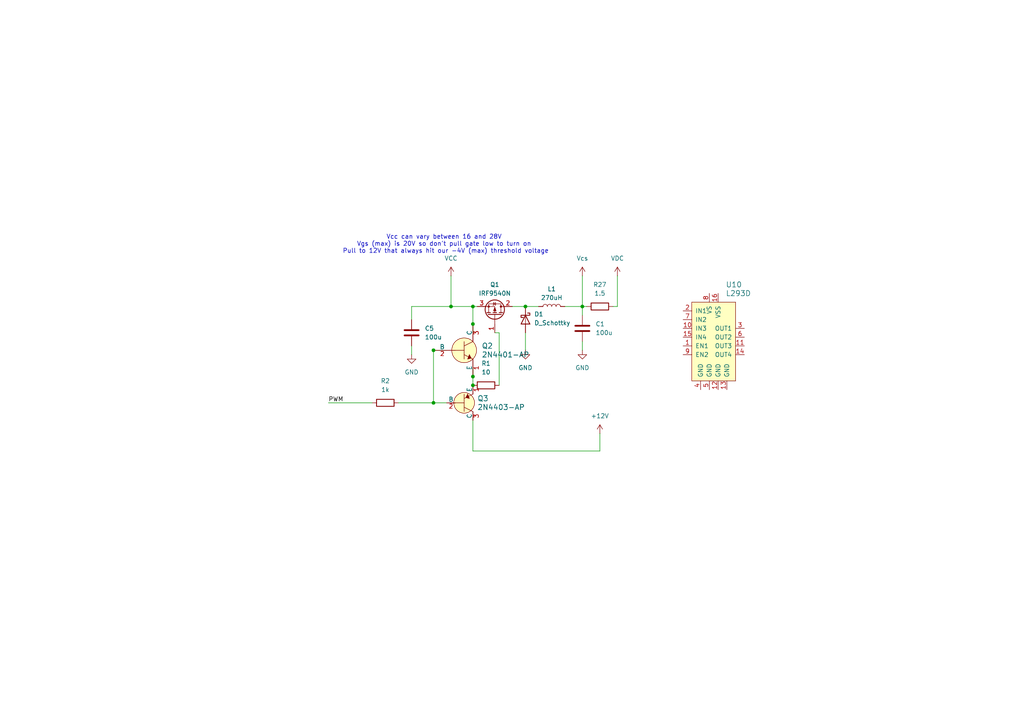
<source format=kicad_sch>
(kicad_sch (version 20231120) (generator "eeschema") (generator_version "8.0")
  (paper "A4")
  (lib_symbols
    (symbol "Device:C" (pin_numbers hide) (pin_names (offset 0.254))
      (property "Reference" "C" (at 0.635 2.54 0))
      (property "Value" "C" (at 0.635 -2.54 0))
      (symbol "C_0_1"
        (polyline (pts (xy -2.032 -0.762) (xy 2.032 -0.762)) (stroke (width 0.508)))
        (polyline (pts (xy -2.032 0.762) (xy 2.032 0.762)) (stroke (width 0.508)))
      )
      (symbol "C_1_1"
        (pin passive line (at 0 3.81 270) (length 2.794) (name "~") (number "1"))
        (pin passive line (at 0 -3.81 90) (length 2.794) (name "~") (number "2"))
      )
    )
    (symbol "Device:D_Schottky" (pin_numbers hide) (pin_names (offset 1.016) hide)
      (property "Reference" "D" (at 0 2.54 0))
      (property "Value" "D_Schottky" (at 0 -2.54 0))
      (symbol "D_Schottky_0_1"
        (polyline (pts (xy 1.27 0) (xy -1.27 0)))
        (polyline (pts (xy 1.27 1.27) (xy 1.27 -1.27) (xy -1.27 0) (xy 1.27 1.27)) (stroke (width 0.254)))
        (polyline (pts (xy -1.905 0.635) (xy -1.905 1.27) (xy -1.27 1.27) (xy -1.27 -1.27) (xy -0.635 -1.27) (xy -0.635 -0.635)) (stroke (width 0.254)))
      )
      (symbol "D_Schottky_1_1"
        (pin passive line (at -3.81 0 0) (length 2.54) (name "K") (number "1"))
        (pin passive line (at 3.81 0 180) (length 2.54) (name "A") (number "2"))
      )
    )
    (symbol "Device:L" (pin_numbers hide) (pin_names (offset 1.016) hide)
      (property "Reference" "L" (at -1.27 0 90))
      (property "Value" "L" (at 1.905 0 90))
      (symbol "L_0_1"
        (arc (start 0 -2.54) (mid 0.6323 -1.905) (end 0 -1.27))
        (arc (start 0 -1.27) (mid 0.6323 -0.635) (end 0 0))
        (arc (start 0 0) (mid 0.6323 0.635) (end 0 1.27))
        (arc (start 0 1.27) (mid 0.6323 1.905) (end 0 2.54))
      )
      (symbol "L_1_1"
        (pin passive line (at 0 3.81 270) (length 1.27) (name "1") (number "1"))
        (pin passive line (at 0 -3.81 90) (length 1.27) (name "2") (number "2"))
      )
    )
    (symbol "Device:R" (pin_numbers hide) (pin_names (offset 0))
      (property "Reference" "R" (at 2.032 0 90))
      (property "Value" "R" (at 0 0 90))
      (symbol "R_0_1"
        (rectangle (start -1.016 -2.54) (end 1.016 2.54) (stroke (width 0.254)))
      )
      (symbol "R_1_1"
        (pin passive line (at 0 3.81 270) (length 1.27) (name "~") (number "1"))
        (pin passive line (at 0 -3.81 90) (length 1.27) (name "~") (number "2"))
      )
    )
    (symbol "Transistor_FET:IRF9540N" (pin_names hide)
      (property "Reference" "Q" (at 5.08 1.905 0))
      (property "Value" "IRF9540N" (at 5.08 0 0))
      (symbol "IRF9540N_0_1"
        (polyline (pts (xy 0.254 0) (xy -2.54 0)))
        (polyline (pts (xy 0.254 1.905) (xy 0.254 -1.905)) (stroke (width 0.254)))
        (polyline (pts (xy 0.762 -1.27) (xy 0.762 -2.286)) (stroke (width 0.254)))
        (polyline (pts (xy 0.762 0.508) (xy 0.762 -0.508)) (stroke (width 0.254)))
        (polyline (pts (xy 0.762 2.286) (xy 0.762 1.27)) (stroke (width 0.254)))
        (polyline (pts (xy 2.54 2.54) (xy 2.54 1.778)))
        (polyline (pts (xy 2.54 -2.54) (xy 2.54 0) (xy 0.762 0)))
        (polyline (pts (xy 0.762 1.778) (xy 3.302 1.778) (xy 3.302 -1.778) (xy 0.762 -1.778)))
        (polyline (pts (xy 2.286 0) (xy 1.27 0.381) (xy 1.27 -0.381) (xy 2.286 0)) (fill (type outline)))
        (polyline (pts (xy 2.794 -0.508) (xy 2.921 -0.381) (xy 3.683 -0.381) (xy 3.81 -0.254)))
        (polyline (pts (xy 3.302 -0.381) (xy 2.921 0.254) (xy 3.683 0.254) (xy 3.302 -0.381)))
        (circle (center 1.651 0) (radius 2.794) (stroke (width 0.254)))
        (circle (center 2.54 -1.778) (radius 0.254) (fill (type outline)))
        (circle (center 2.54 1.778) (radius 0.254) (fill (type outline)))
      )
      (symbol "IRF9540N_1_1"
        (pin input line (at -5.08 0 0) (length 2.54) (name "G") (number "1"))
        (pin passive line (at 2.54 5.08 270) (length 2.54) (name "D") (number "2"))
        (pin passive line (at 2.54 -5.08 90) (length 2.54) (name "S") (number "3"))
      )
    )
    (symbol "dk_PMIC-Motor-Drivers-Controllers:L293D" (pin_names (offset 1.016))
      (property "Reference" "U" (at -5.08 11.43 0))
      (property "Value" "L293D" (at 7.62 -15.24 0))
      (symbol "L293D_0_1"
        (rectangle (start -5.08 10.16) (end 7.62 -12.7) (fill (type background)))
      )
      (symbol "L293D_1_1"
        (pin input line (at -7.62 -2.54 0) (length 2.54) (name "EN1") (number "1"))
        (pin input line (at -7.62 2.54 0) (length 2.54) (name "IN3") (number "10"))
        (pin output line (at 10.16 -2.54 180) (length 2.54) (name "OUT3") (number "11"))
        (pin power_in line (at 2.54 -15.24 90) (length 2.54) (name "GND") (number "12"))
        (pin power_in line (at 5.08 -15.24 90) (length 2.54) (name "GND") (number "13"))
        (pin output line (at 10.16 -5.08 180) (length 2.54) (name "OUT4") (number "14"))
        (pin input line (at -7.62 0 0) (length 2.54) (name "IN4") (number "15"))
        (pin power_in line (at 2.54 12.7 270) (length 2.54) (name "VSS") (number "16"))
        (pin input line (at -7.62 7.62 0) (length 2.54) (name "IN1") (number "2"))
        (pin output line (at 10.16 2.54 180) (length 2.54) (name "OUT1") (number "3"))
        (pin power_in line (at -2.54 -15.24 90) (length 2.54) (name "GND") (number "4"))
        (pin power_in line (at 0 -15.24 90) (length 2.54) (name "GND") (number "5"))
        (pin output line (at 10.16 0 180) (length 2.54) (name "OUT2") (number "6"))
        (pin input line (at -7.62 5.08 0) (length 2.54) (name "IN2") (number "7"))
        (pin power_in line (at 0 12.7 270) (length 2.54) (name "VS") (number "8"))
        (pin input line (at -7.62 -5.08 0) (length 2.54) (name "EN2") (number "9"))
      )
    )
    (symbol "dk_Transistors-Bipolar-BJT-Single:2N4401-AP" (pin_names (offset 0))
      (property "Reference" "Q" (at -3.81 3.81 0))
      (property "Value" "2N4401-AP" (at -11.43 -5.08 0))
      (symbol "2N4401-AP_0_1"
        (polyline (pts (xy -3.81 0) (xy -2.54 0)))
        (polyline (pts (xy -3.556 0) (xy 0 0)))
        (polyline (pts (xy 0 -1.27) (xy 2.54 -2.54)))
        (polyline (pts (xy 0 1.27) (xy 2.54 2.54)))
        (polyline (pts (xy 0 2.54) (xy 0 -2.54)))
        (polyline (pts (xy 1.524 -1.27) (xy 2.032 -2.286) (xy 1.016 -2.54) (xy 1.524 -1.27)) (fill (type outline)))
        (circle (center 0 0) (radius 3.5814) (fill (type background)))
      )
      (symbol "2N4401-AP_1_1"
        (pin input line (at 2.54 -7.62 90) (length 5.08) (name "E") (number "1"))
        (pin input line (at -8.89 0 0) (length 5.08) (name "B") (number "2"))
        (pin input line (at 2.54 7.62 270) (length 5.08) (name "C") (number "3"))
      )
    )
    (symbol "dk_Transistors-Bipolar-BJT-Single:2N4403-AP" (pin_names (offset 0))
      (property "Reference" "Q" (at -2.3876 3.9116 0))
      (property "Value" "2N4403-AP" (at 5.08 0 90))
      (symbol "2N4403-AP_0_1"
        (polyline (pts (xy -3.81 0) (xy -2.54 0)))
        (polyline (pts (xy -3.556 0) (xy 0 0)))
        (polyline (pts (xy 0 -1.27) (xy 2.54 -2.54)))
        (polyline (pts (xy 0 1.27) (xy 2.54 2.54)))
        (polyline (pts (xy 0 2.54) (xy 0 -2.54)))
        (polyline (pts (xy 1.016 2.54) (xy 0.508 1.524) (xy 1.524 1.27) (xy 1.016 2.54)) (fill (type outline)))
        (circle (center 0 0) (radius 2.9972) (fill (type background)))
      )
      (symbol "2N4403-AP_1_1"
        (pin passive line (at 2.54 5.08 270) (length 2.54) (name "E") (number "1"))
        (pin input line (at -5.08 0 0) (length 2.54) (name "B") (number "2"))
        (pin passive line (at 2.54 -5.08 90) (length 2.54) (name "C") (number "3"))
      )
    )
    (symbol "power:+12V" (power) (pin_numbers hide) (pin_names (offset 0) hide)
      (property "Value" "+12V" (at 0 3.556 0))
      (symbol "+12V_0_1"
        (polyline (pts (xy -0.762 1.27) (xy 0 2.54)))
        (polyline (pts (xy 0 0) (xy 0 2.54)))
        (polyline (pts (xy 0 2.54) (xy 0.762 1.27)))
      )
      (symbol "+12V_1_1"
        (pin power_in line (at 0 0 90) (length 0) (name "~") (number "1"))
      )
    )
    (symbol "power:GND" (power) (pin_numbers hide) (pin_names (offset 0) hide)
      (property "Value" "GND" (at 0 -3.81 0))
      (symbol "GND_0_1"
        (polyline (pts (xy 0 0) (xy 0 -1.27) (xy 1.27 -1.27) (xy 0 -2.54) (xy -1.27 -1.27) (xy 0 -1.27)))
      )
      (symbol "GND_1_1"
        (pin power_in line (at 0 0 270) (length 0) (name "~") (number "1"))
      )
    )
    (symbol "power:VCC" (power) (pin_numbers hide) (pin_names (offset 0) hide)
      (property "Value" "VCC" (at 0 3.556 0))
      (symbol "VCC_0_1"
        (polyline (pts (xy -0.762 1.27) (xy 0 2.54)))
        (polyline (pts (xy 0 0) (xy 0 2.54)))
        (polyline (pts (xy 0 2.54) (xy 0.762 1.27)))
      )
      (symbol "VCC_1_1"
        (pin power_in line (at 0 0 90) (length 0) (name "~") (number "1"))
      )
    )
    (symbol "power:VDC" (power) (pin_numbers hide) (pin_names (offset 0) hide)
      (property "Value" "VDC" (at 0 3.556 0))
      (symbol "VDC_0_1"
        (polyline (pts (xy -0.762 1.27) (xy 0 2.54)))
        (polyline (pts (xy 0 0) (xy 0 2.54)))
        (polyline (pts (xy 0 2.54) (xy 0.762 1.27)))
      )
      (symbol "VDC_1_1"
        (pin power_in line (at 0 0 90) (length 0) (name "~") (number "1"))
      )
    )
  )
  (junction (at 137.16 109.22))
  (junction (at 152.4 88.9))
  (junction (at 130.81 88.9))
  (junction (at 137.16 93.98))
  (junction (at 137.16 111.76))
  (junction (at 168.91 88.9))
  (junction (at 137.16 88.9))
  (junction (at 125.73 116.84))
  (junction (at 125.73 101.6))
  (wire (pts (xy 168.91 80.01) (xy 168.91 88.9)))
  (wire (pts (xy 137.16 130.81) (xy 173.99 130.81)))
  (wire (pts (xy 168.91 91.44) (xy 168.91 88.9)))
  (wire (pts (xy 129.54 101.6) (xy 125.73 101.6)))
  (wire (pts (xy 144.78 96.52) (xy 143.51 96.52)))
  (wire (pts (xy 138.43 88.9) (xy 137.16 88.9)))
  (wire (pts (xy 168.91 101.6) (xy 168.91 99.06)))
  (wire (pts (xy 125.73 116.84) (xy 129.54 116.84)))
  (wire (pts (xy 137.16 93.98) (xy 137.16 96.52)))
  (wire (pts (xy 152.4 88.9) (xy 156.21 88.9)))
  (wire (pts (xy 170.18 88.9) (xy 168.91 88.9)))
  (wire (pts (xy 119.38 88.9) (xy 130.81 88.9)))
  (wire (pts (xy 179.07 88.9) (xy 179.07 80.01)))
  (wire (pts (xy 125.73 116.84) (xy 115.57 116.84)))
  (wire (pts (xy 137.16 88.9) (xy 130.81 88.9)))
  (wire (pts (xy 152.4 96.52) (xy 152.4 101.6)))
  (wire (pts (xy 173.99 125.73) (xy 173.99 130.81)))
  (wire (pts (xy 137.16 106.68) (xy 137.16 109.22)))
  (wire (pts (xy 137.16 111.76) (xy 137.16 109.22)))
  (wire (pts (xy 95.25 116.84) (xy 107.95 116.84)))
  (wire (pts (xy 168.91 88.9) (xy 163.83 88.9)))
  (wire (pts (xy 130.81 80.01) (xy 130.81 88.9)))
  (wire (pts (xy 137.16 88.9) (xy 137.16 93.98)))
  (wire (pts (xy 137.16 121.92) (xy 137.16 130.81)))
  (wire (pts (xy 125.73 101.6) (xy 125.73 116.84)))
  (wire (pts (xy 144.78 96.52) (xy 144.78 111.76)))
  (wire (pts (xy 119.38 102.87) (xy 119.38 100.33)))
  (wire (pts (xy 148.59 88.9) (xy 152.4 88.9)))
  (wire (pts (xy 119.38 88.9) (xy 119.38 92.71)))
  (wire (pts (xy 177.8 88.9) (xy 179.07 88.9)))
  (text "Vcc can vary between 16 and 28V \nVgs (max) is 20V so don't pull gate low to turn on \nPull to 12V that always hit our -4V (max) threshold voltage\n" (at 129.286 70.866 0) (effects (font (size 1.27 1.27))))
  (label "PWM" (at 95.25 116.84 0))
  (symbol (lib_id "power:GND") (at 168.91 101.6 0) (unit 1)
    (property "Reference" "#PWR05" (effects (hide yes)))
    (property "Value" "GND" (at 168.91 106.68 0))
    (property "Description" "Power symbol creates a global label with name \"GND\" , ground" (effects (hide yes)))
  )
  (symbol (lib_id "Device:R") (at 140.97 111.76 90) (unit 1)
    (property "Reference" "R1" (at 140.97 105.41 90))
    (property "Value" "10" (at 140.97 107.95 90))
    (property "Description" "Resistor" (effects (hide yes)))
  )
  (symbol (lib_id "dk_PMIC-Motor-Drivers-Controllers:L293D") (at 205.74 97.79 0) (unit 1)
    (property "Reference" "U10" (at 210.4741 82.55 0) (effects (font (size 1.524 1.524)) (justify left)))
    (property "Value" "L293D" (at 210.4741 85.09 0) (effects (font (size 1.524 1.524)) (justify left)))
    (property "Footprint" "digikey-footprints:DIP-16_W7.62mm" (effects (hide yes)))
    (property "Datasheet" "https://www.st.com/content/ccc/resource/technical/document/datasheet/04/ac/22/f9/20/5d/43/a1/CD00000059.pdf/files/CD00000059.pdf/jcr:content/translations/en.CD00000059.pdf" (effects (hide yes)))
    (property "Description" "IC MTRDRV BIPLR 4.5-36V 16PWRDIP" (effects (hide yes)))
    (property "MPN" "L293D" (effects (hide yes)))
    (property "Category" "Integrated Circuits (ICs)" (effects (hide yes)))
    (property "Family" "PMIC - Motor Drivers, Controllers" (effects (hide yes)))
    (property "DK_Datasheet_Link" "https://www.st.com/content/ccc/resource/technical/document/datasheet/04/ac/22/f9/20/5d/43/a1/CD00000059.pdf/files/CD00000059.pdf/jcr:content/translations/en.CD00000059.pdf" (effects (hide yes)))
    (property "DK_Detail_Page" "/product-detail/en/stmicroelectronics/L293D/497-2936-5-ND/634700" (effects (hide yes)))
    (property "Description_1" "IC MTRDRV BIPLR 4.5-36V 16PWRDIP" (effects (hide yes)))
    (property "Manufacturer" "STMicroelectronics" (effects (hide yes)))
    (property "Status" "Active" (effects (hide yes)))
  )
  (symbol (lib_id "power:VCC") (at 130.81 80.01 0) (unit 1)
    (property "Reference" "#PWR06" (effects (hide yes)))
    (property "Value" "VCC" (at 130.81 74.93 0))
    (property "Description" "Power symbol creates a global label with name \"VCC\"" (effects (hide yes)))
  )
  (symbol (lib_id "dk_Transistors-Bipolar-BJT-Single:2N4401-AP") (at 134.62 101.6 0) (unit 1)
    (property "Reference" "Q2" (at 139.7 100.3299 0) (effects (font (size 1.524 1.524)) (justify left)))
    (property "Value" "2N4401-AP" (at 139.7 102.8699 0) (effects (font (size 1.524 1.524)) (justify left)))
    (property "Footprint" "digikey-footprints:TO-92-3_Formed_Leads" (effects (hide yes)))
    (property "Datasheet" "https://www.mccsemi.com/pdf/Products/2N4401(TO-92).pdf" (effects (hide yes)))
    (property "Description" "TRANS NPN 40V TO92" (effects (hide yes)))
    (property "MPN" "2N4401-AP" (effects (hide yes)))
    (property "Category" "Discrete Semiconductor Products" (effects (hide yes)))
    (property "Family" "Transistors - Bipolar (BJT) - Single" (effects (hide yes)))
    (property "DK_Datasheet_Link" "https://www.mccsemi.com/pdf/Products/2N4401(TO-92).pdf" (effects (hide yes)))
    (property "DK_Detail_Page" "/product-detail/en/micro-commercial-co/2N4401-AP/2N4401-APCT-ND/950593" (effects (hide yes)))
    (property "Description_1" "TRANS NPN 40V TO92" (effects (hide yes)))
    (property "Manufacturer" "Micro Commercial Co" (effects (hide yes)))
    (property "Status" "Active" (effects (hide yes)))
  )
  (symbol (lib_id "power:GND") (at 152.4 101.6 0) (unit 1)
    (property "Reference" "#PWR04" (effects (hide yes)))
    (property "Value" "GND" (at 152.4 106.68 0))
    (property "Description" "Power symbol creates a global label with name \"GND\" , ground" (effects (hide yes)))
  )
  (symbol (lib_id "Device:L") (at 160.02 88.9 90) (unit 1)
    (property "Reference" "L1" (at 160.02 83.82 90))
    (property "Value" "270uH" (at 160.02 86.36 90))
    (property "Description" "Inductor" (effects (hide yes)))
  )
  (symbol (lib_id "dk_Transistors-Bipolar-BJT-Single:2N4403-AP") (at 134.62 116.84 0) (unit 1)
    (property "Reference" "Q3" (at 138.43 115.5699 0) (effects (font (size 1.524 1.524)) (justify left)))
    (property "Value" "2N4403-AP" (at 138.43 118.1099 0) (effects (font (size 1.524 1.524)) (justify left)))
    (property "Footprint" "digikey-footprints:TO-92-3_Formed_Leads" (effects (hide yes)))
    (property "Datasheet" "https://www.mccsemi.com/pdf/Products/2N4403(TO-92).pdf" (effects (hide yes)))
    (property "Description" "TRANS PNP 40V TO92" (effects (hide yes)))
    (property "MPN" "2N4403-AP" (effects (hide yes)))
    (property "Category" "Discrete Semiconductor Products" (effects (hide yes)))
    (property "Family" "Transistors - Bipolar (BJT) - Single" (effects (hide yes)))
    (property "DK_Datasheet_Link" "https://www.mccsemi.com/pdf/Products/2N4403(TO-92).pdf" (effects (hide yes)))
    (property "DK_Detail_Page" "/product-detail/en/micro-commercial-co/2N4403-AP/2N4403-APCT-ND/950594" (effects (hide yes)))
    (property "Description_1" "TRANS PNP 40V TO92" (effects (hide yes)))
    (property "Manufacturer" "Micro Commercial Co" (effects (hide yes)))
    (property "Status" "Active" (effects (hide yes)))
  )
  (symbol (lib_id "Device:R") (at 111.76 116.84 90) (unit 1)
    (property "Reference" "R2" (at 111.76 110.49 90))
    (property "Value" "1k" (at 111.76 113.03 90))
    (property "Description" "Resistor" (effects (hide yes)))
  )
  (symbol (lib_id "power:GND") (at 119.38 102.87 0) (unit 1)
    (property "Reference" "#PWR048" (effects (hide yes)))
    (property "Value" "GND" (at 119.38 107.95 0))
    (property "Description" "Power symbol creates a global label with name \"GND\" , ground" (effects (hide yes)))
  )
  (symbol (lib_id "Device:D_Schottky") (at 152.4 92.71 270) (unit 1)
    (property "Reference" "D1" (at 154.94 91.1224 90) (effects (justify left)))
    (property "Value" "D_Schottky" (at 154.94 93.6624 90) (effects (justify left)))
    (property "Description" "Schottky diode" (effects (hide yes)))
  )
  (symbol (lib_id "Transistor_FET:IRF9540N") (at 143.51 91.44 270) (mirror x) (unit 1)
    (property "Reference" "Q1" (at 143.51 82.55 90))
    (property "Value" "IRF9540N" (at 143.51 85.09 90))
    (property "Footprint" "Package_TO_SOT_THT:TO-220-3_Vertical" (effects (hide yes)))
    (property "Datasheet" "http://www.irf.com/product-info/datasheets/data/irf9540n.pdf" (effects (hide yes)))
    (property "Description" "-23A Id, -100V Vds, 117mOhm Rds, P-Channel HEXFET Power MOSFET, TO-220" (effects (hide yes)))
  )
  (symbol (lib_id "power:+12V") (at 173.99 125.73 0) (unit 1)
    (property "Reference" "#PWR09" (effects (hide yes)))
    (property "Value" "+12V" (at 173.99 120.65 0))
    (property "Description" "Power symbol creates a global label with name \"+12V\"" (effects (hide yes)))
  )
  (symbol (lib_id "Device:C") (at 119.38 96.52 0) (unit 1)
    (property "Reference" "C5" (at 123.19 95.2499 0) (effects (justify left)))
    (property "Value" "100u" (at 123.19 97.7899 0) (effects (justify left)))
    (property "Description" "Unpolarized capacitor" (effects (hide yes)))
  )
  (symbol (lib_id "power:VCC") (at 168.91 80.01 0) (unit 1)
    (property "Reference" "#PWR053" (effects (hide yes)))
    (property "Value" "Vcs" (at 168.91 74.93 0))
    (property "Description" "Power symbol creates a global label with name \"VCC\"" (effects (hide yes)))
  )
  (symbol (lib_id "Device:C") (at 168.91 95.25 0) (unit 1)
    (property "Reference" "C1" (at 172.72 93.9799 0) (effects (justify left)))
    (property "Value" "100u" (at 172.72 96.5199 0) (effects (justify left)))
    (property "Description" "Unpolarized capacitor" (effects (hide yes)))
  )
  (symbol (lib_id "power:VDC") (at 179.07 80.01 0) (unit 1)
    (property "Reference" "#PWR07" (effects (hide yes)))
    (property "Value" "VDC" (at 179.07 74.93 0))
    (property "Description" "Power symbol creates a global label with name \"VDC\"" (effects (hide yes)))
  )
  (symbol (lib_id "Device:R") (at 173.99 88.9 90) (unit 1)
    (property "Reference" "R27" (at 173.99 82.55 90))
    (property "Value" "1.5" (at 173.99 85.09 90))
    (property "Description" "Resistor" (effects (hide yes)))
  )
)
</source>
